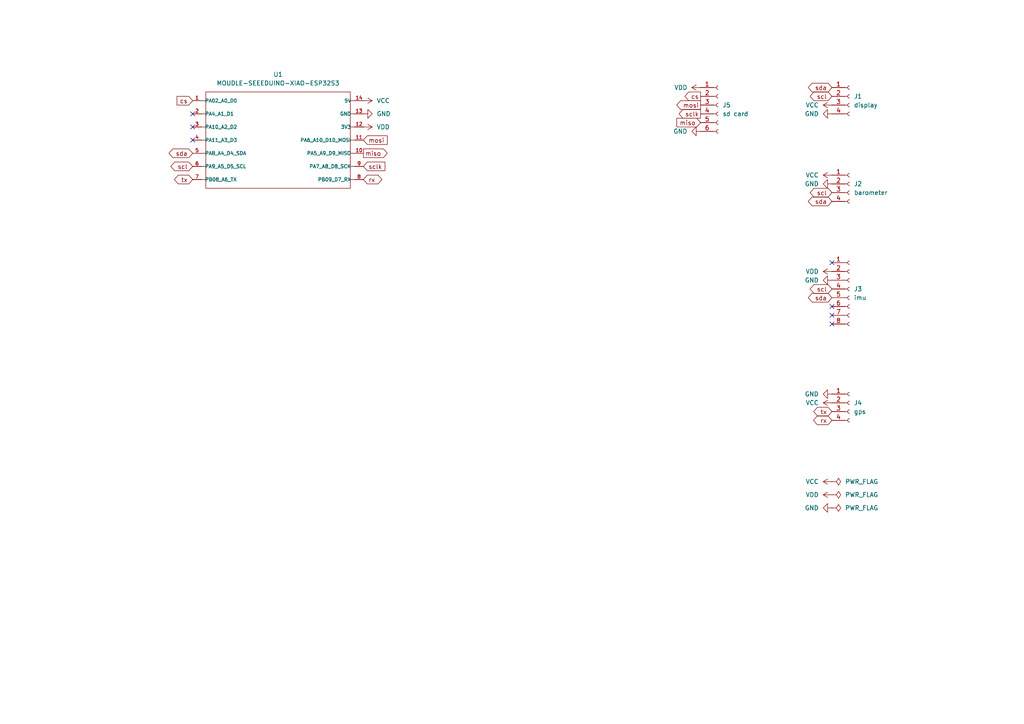
<source format=kicad_sch>
(kicad_sch (version 20231120) (generator "eeschema") (generator_version "8.0")
  (paper "A4")
  (lib_symbols
    (symbol "Connector:Conn_01x04_Socket" (pin_names (offset 1.016) hide)
      (property "Reference" "J" (at 0 5.08 0))
      (property "Value" "Conn_01x04_Socket" (at 0 -7.62 0))
      (symbol "Conn_01x04_Socket_1_1"
        (arc (start 0 -4.572) (mid -0.5058 -5.08) (end 0 -5.588) (stroke (width 0.1524)))
        (arc (start 0 -2.032) (mid -0.5058 -2.54) (end 0 -3.048) (stroke (width 0.1524)))
        (polyline (pts (xy -1.27 -5.08) (xy -0.508 -5.08)) (stroke (width 0.1524)))
        (polyline (pts (xy -1.27 -2.54) (xy -0.508 -2.54)) (stroke (width 0.1524)))
        (polyline (pts (xy -1.27 0) (xy -0.508 0)) (stroke (width 0.1524)))
        (polyline (pts (xy -1.27 2.54) (xy -0.508 2.54)) (stroke (width 0.1524)))
        (arc (start 0 0.508) (mid -0.5058 0) (end 0 -0.508) (stroke (width 0.1524)))
        (arc (start 0 3.048) (mid -0.5058 2.54) (end 0 2.032) (stroke (width 0.1524)))
        (pin passive line (at -5.08 2.54 0) (length 3.81) (name "Pin_1") (number "1"))
        (pin passive line (at -5.08 0 0) (length 3.81) (name "Pin_2") (number "2"))
        (pin passive line (at -5.08 -2.54 0) (length 3.81) (name "Pin_3") (number "3"))
        (pin passive line (at -5.08 -5.08 0) (length 3.81) (name "Pin_4") (number "4"))
      )
    )
    (symbol "Connector:Conn_01x06_Socket" (pin_names (offset 1.016) hide)
      (property "Reference" "J" (at 0 7.62 0))
      (property "Value" "Conn_01x06_Socket" (at 0 -10.16 0))
      (symbol "Conn_01x06_Socket_1_1"
        (arc (start 0 -7.112) (mid -0.5058 -7.62) (end 0 -8.128) (stroke (width 0.1524)))
        (arc (start 0 -4.572) (mid -0.5058 -5.08) (end 0 -5.588) (stroke (width 0.1524)))
        (arc (start 0 -2.032) (mid -0.5058 -2.54) (end 0 -3.048) (stroke (width 0.1524)))
        (polyline (pts (xy -1.27 -7.62) (xy -0.508 -7.62)) (stroke (width 0.1524)))
        (polyline (pts (xy -1.27 -5.08) (xy -0.508 -5.08)) (stroke (width 0.1524)))
        (polyline (pts (xy -1.27 -2.54) (xy -0.508 -2.54)) (stroke (width 0.1524)))
        (polyline (pts (xy -1.27 0) (xy -0.508 0)) (stroke (width 0.1524)))
        (polyline (pts (xy -1.27 2.54) (xy -0.508 2.54)) (stroke (width 0.1524)))
        (polyline (pts (xy -1.27 5.08) (xy -0.508 5.08)) (stroke (width 0.1524)))
        (arc (start 0 0.508) (mid -0.5058 0) (end 0 -0.508) (stroke (width 0.1524)))
        (arc (start 0 3.048) (mid -0.5058 2.54) (end 0 2.032) (stroke (width 0.1524)))
        (arc (start 0 5.588) (mid -0.5058 5.08) (end 0 4.572) (stroke (width 0.1524)))
        (pin passive line (at -5.08 5.08 0) (length 3.81) (name "Pin_1") (number "1"))
        (pin passive line (at -5.08 2.54 0) (length 3.81) (name "Pin_2") (number "2"))
        (pin passive line (at -5.08 0 0) (length 3.81) (name "Pin_3") (number "3"))
        (pin passive line (at -5.08 -2.54 0) (length 3.81) (name "Pin_4") (number "4"))
        (pin passive line (at -5.08 -5.08 0) (length 3.81) (name "Pin_5") (number "5"))
        (pin passive line (at -5.08 -7.62 0) (length 3.81) (name "Pin_6") (number "6"))
      )
    )
    (symbol "Connector:Conn_01x08_Socket" (pin_names (offset 1.016) hide)
      (property "Reference" "J" (at 0 10.16 0))
      (property "Value" "Conn_01x08_Socket" (at 0 -12.7 0))
      (symbol "Conn_01x08_Socket_1_1"
        (arc (start 0 -9.652) (mid -0.5058 -10.16) (end 0 -10.668) (stroke (width 0.1524)))
        (arc (start 0 -7.112) (mid -0.5058 -7.62) (end 0 -8.128) (stroke (width 0.1524)))
        (arc (start 0 -4.572) (mid -0.5058 -5.08) (end 0 -5.588) (stroke (width 0.1524)))
        (arc (start 0 -2.032) (mid -0.5058 -2.54) (end 0 -3.048) (stroke (width 0.1524)))
        (polyline (pts (xy -1.27 -10.16) (xy -0.508 -10.16)) (stroke (width 0.1524)))
        (polyline (pts (xy -1.27 -7.62) (xy -0.508 -7.62)) (stroke (width 0.1524)))
        (polyline (pts (xy -1.27 -5.08) (xy -0.508 -5.08)) (stroke (width 0.1524)))
        (polyline (pts (xy -1.27 -2.54) (xy -0.508 -2.54)) (stroke (width 0.1524)))
        (polyline (pts (xy -1.27 0) (xy -0.508 0)) (stroke (width 0.1524)))
        (polyline (pts (xy -1.27 2.54) (xy -0.508 2.54)) (stroke (width 0.1524)))
        (polyline (pts (xy -1.27 5.08) (xy -0.508 5.08)) (stroke (width 0.1524)))
        (polyline (pts (xy -1.27 7.62) (xy -0.508 7.62)) (stroke (width 0.1524)))
        (arc (start 0 0.508) (mid -0.5058 0) (end 0 -0.508) (stroke (width 0.1524)))
        (arc (start 0 3.048) (mid -0.5058 2.54) (end 0 2.032) (stroke (width 0.1524)))
        (arc (start 0 5.588) (mid -0.5058 5.08) (end 0 4.572) (stroke (width 0.1524)))
        (arc (start 0 8.128) (mid -0.5058 7.62) (end 0 7.112) (stroke (width 0.1524)))
        (pin passive line (at -5.08 7.62 0) (length 3.81) (name "Pin_1") (number "1"))
        (pin passive line (at -5.08 5.08 0) (length 3.81) (name "Pin_2") (number "2"))
        (pin passive line (at -5.08 2.54 0) (length 3.81) (name "Pin_3") (number "3"))
        (pin passive line (at -5.08 0 0) (length 3.81) (name "Pin_4") (number "4"))
        (pin passive line (at -5.08 -2.54 0) (length 3.81) (name "Pin_5") (number "5"))
        (pin passive line (at -5.08 -5.08 0) (length 3.81) (name "Pin_6") (number "6"))
        (pin passive line (at -5.08 -7.62 0) (length 3.81) (name "Pin_7") (number "7"))
        (pin passive line (at -5.08 -10.16 0) (length 3.81) (name "Pin_8") (number "8"))
      )
    )
    (symbol "MOUDLE-SEEEDUINO-XIAO-ESP32S3:MOUDLE-SEEEDUINO-XIAO-ESP32S3" (pin_names (offset 1.016))
      (property "Reference" "U" (at -21.59 15.24 0))
      (property "Value" "MOUDLE-SEEEDUINO-XIAO-ESP32S3" (at -21.59 13.97 0))
      (symbol "MOUDLE-SEEEDUINO-XIAO-ESP32S3_0_0"
        (polyline (pts (xy -21.59 -13.97) (xy -21.59 0)) (stroke (width 0.1524)))
        (polyline (pts (xy -21.59 -11.43) (xy -22.86 -11.43)) (stroke (width 0.1524)))
        (polyline (pts (xy -21.59 -7.62) (xy -22.86 -7.62)) (stroke (width 0.1524)))
        (polyline (pts (xy -21.59 -3.81) (xy -22.86 -3.81)) (stroke (width 0.1524)))
        (polyline (pts (xy -21.59 0) (xy -22.86 0)) (stroke (width 0.1524)))
        (polyline (pts (xy -21.59 0) (xy -21.59 3.81)) (stroke (width 0.1524)))
        (polyline (pts (xy -21.59 3.81) (xy -22.86 3.81)) (stroke (width 0.1524)))
        (polyline (pts (xy -21.59 3.81) (xy -21.59 7.62)) (stroke (width 0.1524)))
        (polyline (pts (xy -21.59 7.62) (xy -22.86 7.62)) (stroke (width 0.1524)))
        (polyline (pts (xy -21.59 7.62) (xy -21.59 11.43)) (stroke (width 0.1524)))
        (polyline (pts (xy -21.59 11.43) (xy -22.86 11.43)) (stroke (width 0.1524)))
        (polyline (pts (xy -21.59 11.43) (xy -21.59 13.97)) (stroke (width 0.1524)))
        (polyline (pts (xy -21.59 13.97) (xy 20.32 13.97)) (stroke (width 0.1524)))
        (polyline (pts (xy 20.32 -13.97) (xy -21.59 -13.97)) (stroke (width 0.1524)))
        (polyline (pts (xy 20.32 3.81) (xy 20.32 -13.97)) (stroke (width 0.1524)))
        (polyline (pts (xy 20.32 7.62) (xy 20.32 3.81)) (stroke (width 0.1524)))
        (polyline (pts (xy 20.32 11.43) (xy 20.32 7.62)) (stroke (width 0.1524)))
        (polyline (pts (xy 20.32 13.97) (xy 20.32 11.43)) (stroke (width 0.1524)))
        (polyline (pts (xy 21.59 -11.43) (xy 20.32 -11.43)) (stroke (width 0.1524)))
        (polyline (pts (xy 21.59 -7.62) (xy 20.32 -7.62)) (stroke (width 0.1524)))
        (polyline (pts (xy 21.59 -3.81) (xy 20.32 -3.81)) (stroke (width 0.1524)))
        (polyline (pts (xy 21.59 0) (xy 20.32 0)) (stroke (width 0.1524)))
        (polyline (pts (xy 21.59 3.81) (xy 20.32 3.81)) (stroke (width 0.1524)))
        (polyline (pts (xy 21.59 7.62) (xy 20.32 7.62)) (stroke (width 0.1524)))
        (polyline (pts (xy 21.59 11.43) (xy 20.32 11.43)) (stroke (width 0.1524)))
        (pin bidirectional line (at -25.4 11.43 0) (length 2.54) (name "PA02_A0_D0") (number "1"))
        (pin bidirectional line (at 24.13 -3.81 180) (length 2.54) (name "PA5_A9_D9_MISO") (number "10"))
        (pin bidirectional line (at 24.13 0 180) (length 2.54) (name "PA6_A10_D10_MOSI") (number "11"))
        (pin bidirectional line (at 24.13 3.81 180) (length 2.54) (name "3V3") (number "12"))
        (pin bidirectional line (at 24.13 7.62 180) (length 2.54) (name "GND") (number "13"))
        (pin bidirectional line (at 24.13 11.43 180) (length 2.54) (name "5V") (number "14"))
        (pin bidirectional line (at -25.4 7.62 0) (length 2.54) (name "PA4_A1_D1") (number "2"))
        (pin bidirectional line (at -25.4 3.81 0) (length 2.54) (name "PA10_A2_D2") (number "3"))
        (pin bidirectional line (at -25.4 0 0) (length 2.54) (name "PA11_A3_D3") (number "4"))
        (pin bidirectional line (at -25.4 -3.81 0) (length 2.54) (name "PA8_A4_D4_SDA") (number "5"))
        (pin bidirectional line (at -25.4 -7.62 0) (length 2.54) (name "PA9_A5_D5_SCL") (number "6"))
        (pin bidirectional line (at -25.4 -11.43 0) (length 2.54) (name "PB08_A6_TX") (number "7"))
        (pin bidirectional line (at 24.13 -11.43 180) (length 2.54) (name "PB09_D7_RX") (number "8"))
        (pin bidirectional line (at 24.13 -7.62 180) (length 2.54) (name "PA7_A8_D8_SCK") (number "9"))
      )
    )
    (symbol "power:GND" (power) (pin_numbers hide) (pin_names (offset 0) hide)
      (property "Value" "GND" (at 0 -3.81 0))
      (symbol "GND_0_1"
        (polyline (pts (xy 0 0) (xy 0 -1.27) (xy 1.27 -1.27) (xy 0 -2.54) (xy -1.27 -1.27) (xy 0 -1.27)))
      )
      (symbol "GND_1_1"
        (pin power_in line (at 0 0 270) (length 0) (name "~") (number "1"))
      )
    )
    (symbol "power:PWR_FLAG" (power) (pin_numbers hide) (pin_names (offset 0) hide)
      (property "Value" "PWR_FLAG" (at 0 3.81 0))
      (symbol "PWR_FLAG_0_0"
        (pin power_out line (at 0 0 90) (length 0) (name "~") (number "1"))
      )
      (symbol "PWR_FLAG_0_1"
        (polyline (pts (xy 0 0) (xy 0 1.27) (xy -1.016 1.905) (xy 0 2.54) (xy 1.016 1.905) (xy 0 1.27)))
      )
    )
    (symbol "power:VCC" (power) (pin_numbers hide) (pin_names (offset 0) hide)
      (property "Value" "VCC" (at 0 3.556 0))
      (symbol "VCC_0_1"
        (polyline (pts (xy -0.762 1.27) (xy 0 2.54)))
        (polyline (pts (xy 0 0) (xy 0 2.54)))
        (polyline (pts (xy 0 2.54) (xy 0.762 1.27)))
      )
      (symbol "VCC_1_1"
        (pin power_in line (at 0 0 90) (length 0) (name "~") (number "1"))
      )
    )
    (symbol "power:VDD" (power) (pin_numbers hide) (pin_names (offset 0) hide)
      (property "Value" "VDD" (at 0 3.556 0))
      (symbol "VDD_0_1"
        (polyline (pts (xy -0.762 1.27) (xy 0 2.54)))
        (polyline (pts (xy 0 0) (xy 0 2.54)))
        (polyline (pts (xy 0 2.54) (xy 0.762 1.27)))
      )
      (symbol "VDD_1_1"
        (pin power_in line (at 0 0 90) (length 0) (name "~") (number "1"))
      )
    )
  )
  (no_connect (at 241.3 76.2))
  (no_connect (at 241.3 91.44))
  (no_connect (at 55.88 40.64))
  (no_connect (at 55.88 36.83))
  (no_connect (at 241.3 93.98))
  (no_connect (at 241.3 88.9))
  (no_connect (at 55.88 33.02))
  (global_label "scl" (shape bidirectional) (at 241.3 27.94 180) (property "Intersheetrefs" "${INTERSHEET_REFS}" (effects (hide yes))))
  (global_label "sclk" (shape output) (at 203.2 33.02 180) (property "Intersheetrefs" "${INTERSHEET_REFS}" (effects (hide yes))))
  (global_label "sda" (shape bidirectional) (at 241.3 86.36 180) (property "Intersheetrefs" "${INTERSHEET_REFS}" (effects (hide yes))))
  (global_label "mosi" (shape input) (at 105.41 40.64 0) (property "Intersheetrefs" "${INTERSHEET_REFS}" (effects (hide yes))))
  (global_label "tx" (shape bidirectional) (at 241.3 119.38 180) (property "Intersheetrefs" "${INTERSHEET_REFS}" (effects (hide yes))))
  (global_label "scl" (shape bidirectional) (at 55.88 48.26 180) (property "Intersheetrefs" "${INTERSHEET_REFS}" (effects (hide yes))))
  (global_label "scl" (shape bidirectional) (at 241.3 55.88 180) (property "Intersheetrefs" "${INTERSHEET_REFS}" (effects (hide yes))))
  (global_label "cs" (shape input) (at 55.88 29.21 180) (property "Intersheetrefs" "${INTERSHEET_REFS}" (effects (hide yes))))
  (global_label "mosi" (shape output) (at 203.2 30.48 180) (property "Intersheetrefs" "${INTERSHEET_REFS}" (effects (hide yes))))
  (global_label "cs" (shape output) (at 203.2 27.94 180) (property "Intersheetrefs" "${INTERSHEET_REFS}" (effects (hide yes))))
  (global_label "sclk" (shape input) (at 105.41 48.26 0) (property "Intersheetrefs" "${INTERSHEET_REFS}" (effects (hide yes))))
  (global_label "sda" (shape bidirectional) (at 241.3 25.4 180) (property "Intersheetrefs" "${INTERSHEET_REFS}" (effects (hide yes))))
  (global_label "sda" (shape bidirectional) (at 55.88 44.45 180) (property "Intersheetrefs" "${INTERSHEET_REFS}" (effects (hide yes))))
  (global_label "scl" (shape bidirectional) (at 241.3 83.82 180) (property "Intersheetrefs" "${INTERSHEET_REFS}" (effects (hide yes))))
  (global_label "sda" (shape bidirectional) (at 241.3 58.42 180) (property "Intersheetrefs" "${INTERSHEET_REFS}" (effects (hide yes))))
  (global_label "rx" (shape bidirectional) (at 105.41 52.07 0) (property "Intersheetrefs" "${INTERSHEET_REFS}" (effects (hide yes))))
  (global_label "rx" (shape bidirectional) (at 241.3 121.92 180) (property "Intersheetrefs" "${INTERSHEET_REFS}" (effects (hide yes))))
  (global_label "miso" (shape output) (at 105.41 44.45 0) (property "Intersheetrefs" "${INTERSHEET_REFS}" (effects (hide yes))))
  (global_label "miso" (shape input) (at 203.2 35.56 180) (property "Intersheetrefs" "${INTERSHEET_REFS}" (effects (hide yes))))
  (global_label "tx" (shape bidirectional) (at 55.88 52.07 180) (property "Intersheetrefs" "${INTERSHEET_REFS}" (effects (hide yes))))
  (symbol (lib_id "power:GND") (at 241.3 53.34 270) (unit 1)
    (property "Reference" "#PWR06" (effects (hide yes)))
    (property "Value" "GND" (at 237.49 53.3399 90) (effects (justify right)))
    (property "Description" "Power symbol creates a global label with name \"GND\" , ground" (effects (hide yes)))
  )
  (symbol (lib_id "power:VDD") (at 105.41 36.83 270) (unit 1)
    (property "Reference" "#PWR09" (effects (hide yes)))
    (property "Value" "VDD" (at 109.22 36.8299 90) (effects (justify left)))
    (property "Description" "Power symbol creates a global label with name \"VDD\"" (effects (hide yes)))
  )
  (symbol (lib_id "power:GND") (at 241.3 147.32 270) (unit 1)
    (property "Reference" "#PWR013" (effects (hide yes)))
    (property "Value" "GND" (at 237.49 147.3199 90) (effects (justify right)))
    (property "Description" "Power symbol creates a global label with name \"GND\" , ground" (effects (hide yes)))
  )
  (symbol (lib_id "power:GND") (at 241.3 81.28 270) (unit 1)
    (property "Reference" "#PWR03" (effects (hide yes)))
    (property "Value" "GND" (at 237.49 81.2799 90) (effects (justify right)))
    (property "Description" "Power symbol creates a global label with name \"GND\" , ground" (effects (hide yes)))
  )
  (symbol (lib_id "power:VDD") (at 241.3 78.74 90) (unit 1)
    (property "Reference" "#PWR04" (effects (hide yes)))
    (property "Value" "VDD" (at 237.49 78.7399 90) (effects (justify left)))
    (property "Description" "Power symbol creates a global label with name \"VDD\"" (effects (hide yes)))
  )
  (symbol (lib_id "power:GND") (at 241.3 114.3 270) (unit 1)
    (property "Reference" "#PWR07" (effects (hide yes)))
    (property "Value" "GND" (at 237.49 114.2999 90) (effects (justify right)))
    (property "Description" "Power symbol creates a global label with name \"GND\" , ground" (effects (hide yes)))
  )
  (symbol (lib_id "power:PWR_FLAG") (at 241.3 139.7 270) (unit 1)
    (property "Reference" "#FLG01" (effects (hide yes)))
    (property "Value" "PWR_FLAG" (at 245.11 139.6999 90) (effects (justify left)))
    (property "Description" "Special symbol for telling ERC where power comes from" (effects (hide yes)))
  )
  (symbol (lib_id "Connector:Conn_01x04_Socket") (at 246.38 27.94 0) (unit 1)
    (property "Reference" "J1" (at 247.65 27.9399 0) (effects (justify left)))
    (property "Value" "display" (at 247.65 30.4799 0) (effects (justify left)))
    (property "Footprint" "Connector_PinSocket_1.00mm:PinSocket_1x04_P1.00mm_Vertical" (effects (hide yes)))
    (property "Description" "Generic connector, single row, 01x04, script generated" (effects (hide yes)))
  )
  (symbol (lib_id "Connector:Conn_01x04_Socket") (at 246.38 116.84 0) (unit 1)
    (property "Reference" "J4" (at 247.65 116.8399 0) (effects (justify left)))
    (property "Value" "gps" (at 247.65 119.3799 0) (effects (justify left)))
    (property "Footprint" "Connector_PinSocket_1.00mm:PinSocket_1x04_P1.00mm_Vertical" (effects (hide yes)))
    (property "Description" "Generic connector, single row, 01x04, script generated" (effects (hide yes)))
  )
  (symbol (lib_id "Connector:Conn_01x08_Socket") (at 246.38 83.82 0) (unit 1)
    (property "Reference" "J3" (at 247.65 83.8199 0) (effects (justify left)))
    (property "Value" "imu" (at 247.65 86.3599 0) (effects (justify left)))
    (property "Footprint" "Connector_PinSocket_1.00mm:PinSocket_1x08_P1.00mm_Vertical" (effects (hide yes)))
    (property "Description" "Generic connector, single row, 01x08, script generated" (effects (hide yes)))
  )
  (symbol (lib_id "power:VCC") (at 241.3 116.84 90) (unit 1)
    (property "Reference" "#PWR08" (effects (hide yes)))
    (property "Value" "VCC" (at 237.49 116.8399 90) (effects (justify left)))
    (property "Description" "Power symbol creates a global label with name \"VCC\"" (effects (hide yes)))
  )
  (symbol (lib_id "power:VDD") (at 203.2 25.4 90) (unit 1)
    (property "Reference" "#PWR014" (effects (hide yes)))
    (property "Value" "VDD" (at 199.39 25.3999 90) (effects (justify left)))
    (property "Description" "Power symbol creates a global label with name \"VDD\"" (effects (hide yes)))
  )
  (symbol (lib_id "power:VCC") (at 241.3 30.48 90) (unit 1)
    (property "Reference" "#PWR01" (effects (hide yes)))
    (property "Value" "VCC" (at 237.49 30.4799 90) (effects (justify left)))
    (property "Description" "Power symbol creates a global label with name \"VCC\"" (effects (hide yes)))
  )
  (symbol (lib_id "power:PWR_FLAG") (at 241.3 143.51 270) (unit 1)
    (property "Reference" "#FLG02" (effects (hide yes)))
    (property "Value" "PWR_FLAG" (at 245.11 143.5099 90) (effects (justify left)))
    (property "Description" "Special symbol for telling ERC where power comes from" (effects (hide yes)))
  )
  (symbol (lib_id "power:VDD") (at 241.3 143.51 90) (unit 1)
    (property "Reference" "#PWR012" (effects (hide yes)))
    (property "Value" "VDD" (at 237.49 143.5099 90) (effects (justify left)))
    (property "Description" "Power symbol creates a global label with name \"VDD\"" (effects (hide yes)))
  )
  (symbol (lib_id "power:GND") (at 105.41 33.02 90) (unit 1)
    (property "Reference" "#PWR016" (effects (hide yes)))
    (property "Value" "GND" (at 109.22 33.0199 90) (effects (justify right)))
    (property "Description" "Power symbol creates a global label with name \"GND\" , ground" (effects (hide yes)))
  )
  (symbol (lib_id "MOUDLE-SEEEDUINO-XIAO-ESP32S3:MOUDLE-SEEEDUINO-XIAO-ESP32S3") (at 81.28 40.64 0) (unit 1)
    (property "Reference" "U1" (at 80.645 21.59 0))
    (property "Value" "MOUDLE-SEEEDUINO-XIAO-ESP32S3" (at 80.645 24.13 0))
    (property "Footprint" "MOUDLE14P-SMD-2.54-21X17.8MM" (effects (hide yes)))
  )
  (symbol (lib_id "Connector:Conn_01x06_Socket") (at 208.28 30.48 0) (unit 1)
    (property "Reference" "J5" (at 209.55 30.4799 0) (effects (justify left)))
    (property "Value" "sd card" (at 209.55 33.0199 0) (effects (justify left)))
    (property "Footprint" "Connector_PinSocket_1.00mm:PinSocket_1x06_P1.00mm_Vertical" (effects (hide yes)))
    (property "Description" "Generic connector, single row, 01x06, script generated" (effects (hide yes)))
  )
  (symbol (lib_id "power:GND") (at 203.2 38.1 270) (unit 1)
    (property "Reference" "#PWR015" (effects (hide yes)))
    (property "Value" "GND" (at 199.39 38.0999 90) (effects (justify right)))
    (property "Description" "Power symbol creates a global label with name \"GND\" , ground" (effects (hide yes)))
  )
  (symbol (lib_id "power:GND") (at 241.3 33.02 270) (unit 1)
    (property "Reference" "#PWR02" (effects (hide yes)))
    (property "Value" "GND" (at 237.49 33.0199 90) (effects (justify right)))
    (property "Description" "Power symbol creates a global label with name \"GND\" , ground" (effects (hide yes)))
  )
  (symbol (lib_id "power:VCC") (at 241.3 50.8 90) (unit 1)
    (property "Reference" "#PWR05" (effects (hide yes)))
    (property "Value" "VCC" (at 237.49 50.7999 90) (effects (justify left)))
    (property "Description" "Power symbol creates a global label with name \"VCC\"" (effects (hide yes)))
  )
  (symbol (lib_id "power:VCC") (at 241.3 139.7 90) (unit 1)
    (property "Reference" "#PWR011" (effects (hide yes)))
    (property "Value" "VCC" (at 237.49 139.6999 90) (effects (justify left)))
    (property "Description" "Power symbol creates a global label with name \"VCC\"" (effects (hide yes)))
  )
  (symbol (lib_id "power:VCC") (at 105.41 29.21 270) (unit 1)
    (property "Reference" "#PWR010" (effects (hide yes)))
    (property "Value" "VCC" (at 109.22 29.2099 90) (effects (justify left)))
    (property "Description" "Power symbol creates a global label with name \"VCC\"" (effects (hide yes)))
  )
  (symbol (lib_id "power:PWR_FLAG") (at 241.3 147.32 270) (unit 1)
    (property "Reference" "#FLG03" (effects (hide yes)))
    (property "Value" "PWR_FLAG" (at 245.11 147.3199 90) (effects (justify left)))
    (property "Description" "Special symbol for telling ERC where power comes from" (effects (hide yes)))
  )
  (symbol (lib_id "Connector:Conn_01x04_Socket") (at 246.38 53.34 0) (unit 1)
    (property "Reference" "J2" (at 247.65 53.3399 0) (effects (justify left)))
    (property "Value" "barometer" (at 247.65 55.8799 0) (effects (justify left)))
    (property "Footprint" "Connector_PinSocket_1.00mm:PinSocket_1x04_P1.00mm_Vertical" (effects (hide yes)))
    (property "Description" "Generic connector, single row, 01x04, script generated" (effects (hide yes)))
  )
)
</source>
